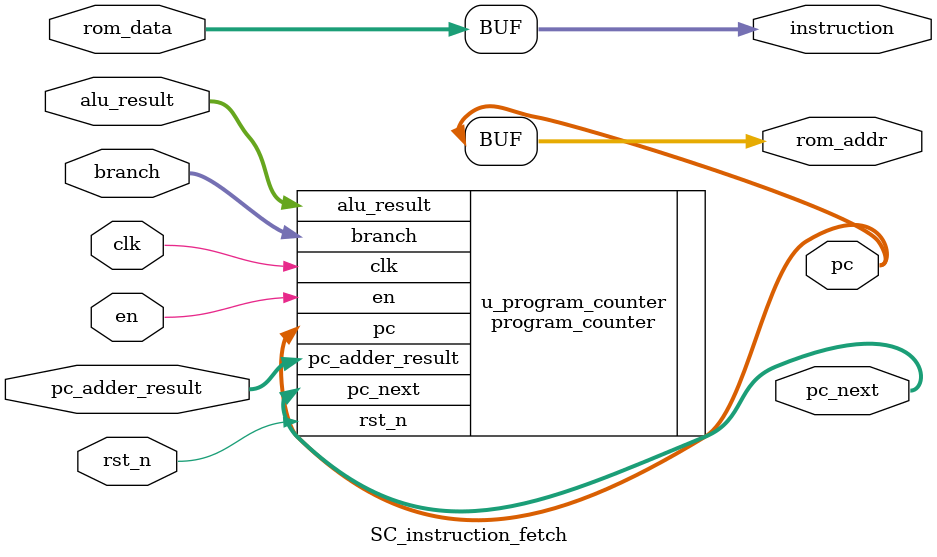
<source format=v>
module SC_instruction_fetch(
        // * Clock Sync Signals Connection --------------------
        input wire clk,
        input wire rst_n,
        input wire en,

        // * Internal Signals Connection --------------------
        input wire [1:0] branch,
        input wire [31:0] alu_result,
        input wire [31:0] pc_adder_result,

        output wire [31:0] pc,
        output wire [31:0] pc_next,
        output wire [31:0] instruction,

        // * External Signals Connection --------------------
        output wire [31:0] rom_addr,
        input wire [31:0] rom_data
    );

    // output declaration of module program_counter
    program_counter
        u_program_counter(
            .branch          	(branch           ),
            .en              	(en               ),
            .clk             	(clk              ),
            .rst_n           	(rst_n            ),
            .alu_result      	(alu_result       ),
            .pc_adder_result 	(pc_adder_result  ),
            .pc              	(pc               ),
            .pc_next         	(pc_next          )
        );

    assign rom_addr = pc; // PC作为ROM的地址
    assign instruction = rom_data; // 从ROM中读取指令
endmodule

</source>
